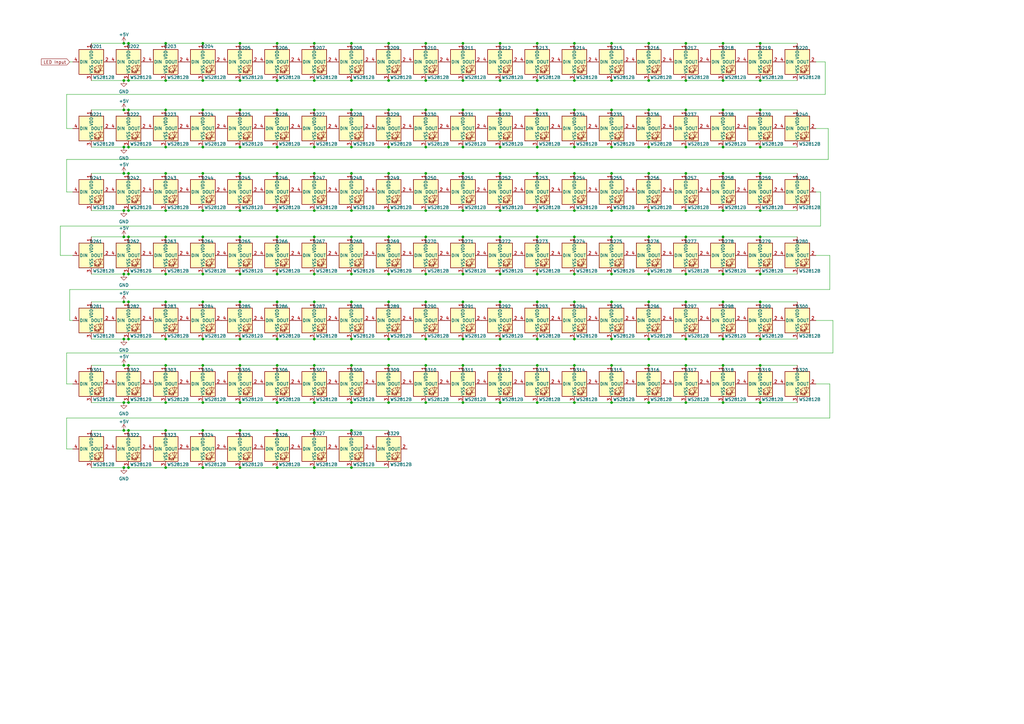
<source format=kicad_sch>
(kicad_sch (version 20230121) (generator eeschema)
  (paper "A3")
  (junction (at 250.825 149.86))
  (junction (at 235.585 86.36))
  (junction (at 67.945 97.155))
  (junction (at 128.905 176.53))
  (junction (at 189.865 71.12))
  (junction (at 174.625 60.325))
  (junction (at 220.345 17.78))
  (junction (at 205.105 123.825))
  (junction (at 189.865 45.085))
  (junction (at 83.185 45.085))
  (junction (at 266.065 123.825))
  (junction (at 266.065 17.78))
  (junction (at 205.105 139.065))
  (junction (at 205.105 17.78))
  (junction (at 128.905 33.02))
  (junction (at 113.665 86.36))
  (junction (at 98.425 176.53))
  (junction (at 52.705 33.02))
  (junction (at 205.105 60.325))
  (junction (at 52.705 97.155))
  (junction (at 159.385 139.065))
  (junction (at 52.705 149.86))
  (junction (at 266.065 60.325))
  (junction (at 50.8 191.77))
  (junction (at 113.665 33.02))
  (junction (at 189.865 112.395))
  (junction (at 220.345 71.12))
  (junction (at 174.625 149.86))
  (junction (at 159.385 45.085))
  (junction (at 52.705 112.395))
  (junction (at 250.825 71.12))
  (junction (at 144.145 45.085))
  (junction (at 235.585 149.86))
  (junction (at 205.105 33.02))
  (junction (at 235.585 112.395))
  (junction (at 50.8 165.1))
  (junction (at 250.825 165.1))
  (junction (at 98.425 97.155))
  (junction (at 250.825 60.325))
  (junction (at 174.625 45.085))
  (junction (at 281.305 165.1))
  (junction (at 266.065 71.12))
  (junction (at 189.865 60.325))
  (junction (at 144.145 165.1))
  (junction (at 174.625 165.1))
  (junction (at 98.425 17.78))
  (junction (at 311.785 112.395))
  (junction (at 220.345 97.155))
  (junction (at 52.705 17.78))
  (junction (at 144.145 33.02))
  (junction (at 144.145 123.825))
  (junction (at 159.385 123.825))
  (junction (at 50.8 112.395))
  (junction (at 128.905 165.1))
  (junction (at 205.105 112.395))
  (junction (at 52.705 71.12))
  (junction (at 128.905 86.36))
  (junction (at 113.665 176.53))
  (junction (at 98.425 149.86))
  (junction (at 128.905 139.065))
  (junction (at 235.585 97.155))
  (junction (at 128.905 149.86))
  (junction (at 296.545 33.02))
  (junction (at 220.345 165.1))
  (junction (at 220.345 123.825))
  (junction (at 189.865 123.825))
  (junction (at 113.665 17.78))
  (junction (at 235.585 165.1))
  (junction (at 296.545 165.1))
  (junction (at 311.785 86.36))
  (junction (at 311.785 45.085))
  (junction (at 67.945 60.325))
  (junction (at 98.425 191.77))
  (junction (at 296.545 97.155))
  (junction (at 296.545 139.065))
  (junction (at 296.545 112.395))
  (junction (at 159.385 60.325))
  (junction (at 250.825 45.085))
  (junction (at 266.065 112.395))
  (junction (at 220.345 60.325))
  (junction (at 128.905 123.825))
  (junction (at 98.425 165.1))
  (junction (at 174.625 123.825))
  (junction (at 50.8 45.085))
  (junction (at 98.425 123.825))
  (junction (at 281.305 45.085))
  (junction (at 144.145 97.155))
  (junction (at 266.065 33.02))
  (junction (at 311.785 149.86))
  (junction (at 83.185 191.77))
  (junction (at 235.585 45.085))
  (junction (at 159.385 86.36))
  (junction (at 52.705 45.085))
  (junction (at 205.105 45.085))
  (junction (at 144.145 60.325))
  (junction (at 205.105 165.1))
  (junction (at 67.945 17.78))
  (junction (at 266.065 165.1))
  (junction (at 83.185 139.065))
  (junction (at 144.145 176.53))
  (junction (at 311.785 17.78))
  (junction (at 281.305 123.825))
  (junction (at 189.865 33.02))
  (junction (at 220.345 45.085))
  (junction (at 113.665 71.12))
  (junction (at 220.345 33.02))
  (junction (at 174.625 112.395))
  (junction (at 113.665 45.085))
  (junction (at 174.625 33.02))
  (junction (at 67.945 149.86))
  (junction (at 296.545 123.825))
  (junction (at 281.305 71.12))
  (junction (at 83.185 17.78))
  (junction (at 174.625 71.12))
  (junction (at 250.825 86.36))
  (junction (at 189.865 17.78))
  (junction (at 250.825 33.02))
  (junction (at 50.8 123.825))
  (junction (at 159.385 33.02))
  (junction (at 50.8 17.78))
  (junction (at 266.065 149.86))
  (junction (at 189.865 139.065))
  (junction (at 266.065 86.36))
  (junction (at 144.145 112.395))
  (junction (at 311.785 60.325))
  (junction (at 128.905 60.325))
  (junction (at 174.625 139.065))
  (junction (at 250.825 123.825))
  (junction (at 144.145 86.36))
  (junction (at 189.865 165.1))
  (junction (at 205.105 71.12))
  (junction (at 67.945 33.02))
  (junction (at 67.945 123.825))
  (junction (at 52.705 191.77))
  (junction (at 128.905 97.155))
  (junction (at 159.385 149.86))
  (junction (at 67.945 45.085))
  (junction (at 220.345 86.36))
  (junction (at 296.545 60.325))
  (junction (at 83.185 97.155))
  (junction (at 296.545 149.86))
  (junction (at 113.665 191.77))
  (junction (at 189.865 97.155))
  (junction (at 83.185 33.02))
  (junction (at 311.785 139.065))
  (junction (at 235.585 33.02))
  (junction (at 128.905 71.12))
  (junction (at 98.425 33.02))
  (junction (at 67.945 191.77))
  (junction (at 189.865 149.86))
  (junction (at 67.945 139.065))
  (junction (at 311.785 71.12))
  (junction (at 296.545 17.78))
  (junction (at 296.545 45.085))
  (junction (at 67.945 176.53))
  (junction (at 52.705 86.36))
  (junction (at 144.145 71.12))
  (junction (at 159.385 71.12))
  (junction (at 52.705 176.53))
  (junction (at 311.785 97.155))
  (junction (at 250.825 139.065))
  (junction (at 205.105 86.36))
  (junction (at 266.065 97.155))
  (junction (at 83.185 149.86))
  (junction (at 311.785 123.825))
  (junction (at 220.345 112.395))
  (junction (at 128.905 45.085))
  (junction (at 235.585 139.065))
  (junction (at 50.8 139.065))
  (junction (at 67.945 165.1))
  (junction (at 98.425 112.395))
  (junction (at 235.585 123.825))
  (junction (at 83.185 176.53))
  (junction (at 159.385 17.78))
  (junction (at 98.425 60.325))
  (junction (at 266.065 45.085))
  (junction (at 296.545 86.36))
  (junction (at 174.625 17.78))
  (junction (at 113.665 97.155))
  (junction (at 235.585 71.12))
  (junction (at 50.8 97.155))
  (junction (at 220.345 139.065))
  (junction (at 159.385 97.155))
  (junction (at 281.305 86.36))
  (junction (at 50.8 176.53))
  (junction (at 128.905 17.78))
  (junction (at 83.185 165.1))
  (junction (at 235.585 17.78))
  (junction (at 281.305 33.02))
  (junction (at 83.185 71.12))
  (junction (at 281.305 17.78))
  (junction (at 311.785 33.02))
  (junction (at 67.945 71.12))
  (junction (at 281.305 97.155))
  (junction (at 52.705 165.1))
  (junction (at 50.8 60.325))
  (junction (at 113.665 60.325))
  (junction (at 113.665 139.065))
  (junction (at 67.945 112.395))
  (junction (at 235.585 60.325))
  (junction (at 113.665 165.1))
  (junction (at 144.145 149.86))
  (junction (at 250.825 17.78))
  (junction (at 50.8 149.86))
  (junction (at 296.545 71.12))
  (junction (at 159.385 165.1))
  (junction (at 52.705 123.825))
  (junction (at 189.865 86.36))
  (junction (at 250.825 97.155))
  (junction (at 250.825 112.395))
  (junction (at 205.105 149.86))
  (junction (at 281.305 139.065))
  (junction (at 144.145 139.065))
  (junction (at 50.8 33.02))
  (junction (at 50.8 71.12))
  (junction (at 113.665 149.86))
  (junction (at 159.385 112.395))
  (junction (at 52.705 60.325))
  (junction (at 128.905 112.395))
  (junction (at 98.425 45.085))
  (junction (at 67.945 86.36))
  (junction (at 98.425 139.065))
  (junction (at 50.8 86.36))
  (junction (at 83.185 86.36))
  (junction (at 281.305 149.86))
  (junction (at 281.305 112.395))
  (junction (at 144.145 17.78))
  (junction (at 174.625 86.36))
  (junction (at 220.345 149.86))
  (junction (at 144.145 191.77))
  (junction (at 266.065 139.065))
  (junction (at 311.785 165.1))
  (junction (at 281.305 60.325))
  (junction (at 83.185 112.395))
  (junction (at 113.665 123.825))
  (junction (at 83.185 123.825))
  (junction (at 174.625 97.155))
  (junction (at 128.905 191.77))
  (junction (at 52.705 139.065))
  (junction (at 98.425 71.12))
  (junction (at 98.425 86.36))
  (junction (at 113.665 112.395))
  (junction (at 83.185 60.325))
  (junction (at 205.105 97.155))
  (wire (pts (xy 174.625 60.325) (xy 189.865 60.325)))
  (wire (pts (xy 27.305 38.735) (xy 27.305 52.705)))
  (wire (pts (xy 296.545 17.78) (xy 311.785 17.78)))
  (wire (pts (xy 98.425 149.86) (xy 113.665 149.86)))
  (wire (pts (xy 50.8 97.155) (xy 52.705 97.155)))
  (wire (pts (xy 37.465 97.155) (xy 50.8 97.155)))
  (wire (pts (xy 113.665 97.155) (xy 128.905 97.155)))
  (wire (pts (xy 37.465 17.78) (xy 50.8 17.78)))
  (wire (pts (xy 174.625 33.02) (xy 189.865 33.02)))
  (wire (pts (xy 128.905 97.155) (xy 144.145 97.155)))
  (wire (pts (xy 296.545 60.325) (xy 311.785 60.325)))
  (wire (pts (xy 98.425 60.325) (xy 113.665 60.325)))
  (wire (pts (xy 296.545 86.36) (xy 311.785 86.36)))
  (wire (pts (xy 311.785 17.78) (xy 327.025 17.78)))
  (wire (pts (xy 235.585 17.78) (xy 250.825 17.78)))
  (wire (pts (xy 52.705 33.02) (xy 67.945 33.02)))
  (wire (pts (xy 189.865 97.155) (xy 205.105 97.155)))
  (wire (pts (xy 340.36 157.48) (xy 340.36 171.45)))
  (wire (pts (xy 250.825 60.325) (xy 266.065 60.325)))
  (wire (pts (xy 37.465 176.53) (xy 50.8 176.53)))
  (wire (pts (xy 174.625 97.155) (xy 189.865 97.155)))
  (wire (pts (xy 144.145 112.395) (xy 159.385 112.395)))
  (wire (pts (xy 205.105 86.36) (xy 220.345 86.36)))
  (wire (pts (xy 37.465 139.065) (xy 50.8 139.065)))
  (wire (pts (xy 174.625 86.36) (xy 189.865 86.36)))
  (wire (pts (xy 340.36 104.775) (xy 334.645 104.775)))
  (wire (pts (xy 52.705 123.825) (xy 67.945 123.825)))
  (wire (pts (xy 189.865 165.1) (xy 205.105 165.1)))
  (wire (pts (xy 235.585 165.1) (xy 250.825 165.1)))
  (wire (pts (xy 83.185 139.065) (xy 98.425 139.065)))
  (wire (pts (xy 27.305 171.45) (xy 27.305 184.15)))
  (wire (pts (xy 37.465 33.02) (xy 50.8 33.02)))
  (wire (pts (xy 235.585 97.155) (xy 250.825 97.155)))
  (wire (pts (xy 235.585 45.085) (xy 250.825 45.085)))
  (wire (pts (xy 83.185 165.1) (xy 98.425 165.1)))
  (wire (pts (xy 250.825 17.78) (xy 266.065 17.78)))
  (wire (pts (xy 128.905 123.825) (xy 144.145 123.825)))
  (wire (pts (xy 128.905 176.53) (xy 144.145 176.53)))
  (wire (pts (xy 67.945 60.325) (xy 83.185 60.325)))
  (wire (pts (xy 37.465 112.395) (xy 50.8 112.395)))
  (wire (pts (xy 83.185 60.325) (xy 98.425 60.325)))
  (wire (pts (xy 220.345 45.085) (xy 235.585 45.085)))
  (wire (pts (xy 52.705 60.325) (xy 67.945 60.325)))
  (wire (pts (xy 341.63 144.78) (xy 27.305 144.78)))
  (wire (pts (xy 311.785 165.1) (xy 327.025 165.1)))
  (wire (pts (xy 27.305 184.15) (xy 29.845 184.15)))
  (wire (pts (xy 266.065 149.86) (xy 281.305 149.86)))
  (wire (pts (xy 83.185 112.395) (xy 98.425 112.395)))
  (wire (pts (xy 52.705 165.1) (xy 67.945 165.1)))
  (wire (pts (xy 205.105 71.12) (xy 220.345 71.12)))
  (wire (pts (xy 50.8 17.78) (xy 52.705 17.78)))
  (wire (pts (xy 250.825 33.02) (xy 266.065 33.02)))
  (wire (pts (xy 144.145 191.77) (xy 159.385 191.77)))
  (wire (pts (xy 83.185 176.53) (xy 98.425 176.53)))
  (wire (pts (xy 159.385 123.825) (xy 174.625 123.825)))
  (wire (pts (xy 52.705 149.86) (xy 67.945 149.86)))
  (wire (pts (xy 296.545 139.065) (xy 311.785 139.065)))
  (wire (pts (xy 336.55 78.74) (xy 336.55 92.71)))
  (wire (pts (xy 24.765 104.775) (xy 29.845 104.775)))
  (wire (pts (xy 24.765 92.71) (xy 24.765 104.775)))
  (wire (pts (xy 174.625 165.1) (xy 189.865 165.1)))
  (wire (pts (xy 266.065 45.085) (xy 281.305 45.085)))
  (wire (pts (xy 52.705 112.395) (xy 67.945 112.395)))
  (wire (pts (xy 98.425 86.36) (xy 113.665 86.36)))
  (wire (pts (xy 144.145 60.325) (xy 159.385 60.325)))
  (wire (pts (xy 266.065 123.825) (xy 281.305 123.825)))
  (wire (pts (xy 205.105 165.1) (xy 220.345 165.1)))
  (wire (pts (xy 338.455 38.735) (xy 27.305 38.735)))
  (wire (pts (xy 98.425 176.53) (xy 113.665 176.53)))
  (wire (pts (xy 296.545 71.12) (xy 311.785 71.12)))
  (wire (pts (xy 220.345 17.78) (xy 235.585 17.78)))
  (wire (pts (xy 311.785 97.155) (xy 327.025 97.155)))
  (wire (pts (xy 205.105 17.78) (xy 220.345 17.78)))
  (wire (pts (xy 159.385 139.065) (xy 174.625 139.065)))
  (wire (pts (xy 174.625 139.065) (xy 189.865 139.065)))
  (wire (pts (xy 83.185 33.02) (xy 98.425 33.02)))
  (wire (pts (xy 144.145 71.12) (xy 159.385 71.12)))
  (wire (pts (xy 311.785 45.085) (xy 327.025 45.085)))
  (wire (pts (xy 144.145 176.53) (xy 159.385 176.53)))
  (wire (pts (xy 128.905 45.085) (xy 144.145 45.085)))
  (wire (pts (xy 296.545 33.02) (xy 311.785 33.02)))
  (wire (pts (xy 220.345 97.155) (xy 235.585 97.155)))
  (wire (pts (xy 281.305 17.78) (xy 296.545 17.78)))
  (wire (pts (xy 281.305 139.065) (xy 296.545 139.065)))
  (wire (pts (xy 334.645 25.4) (xy 338.455 25.4)))
  (wire (pts (xy 205.105 97.155) (xy 220.345 97.155)))
  (wire (pts (xy 113.665 176.53) (xy 128.905 176.53)))
  (wire (pts (xy 50.8 112.395) (xy 52.705 112.395)))
  (wire (pts (xy 98.425 97.155) (xy 113.665 97.155)))
  (wire (pts (xy 189.865 71.12) (xy 205.105 71.12)))
  (wire (pts (xy 311.785 60.325) (xy 327.025 60.325)))
  (wire (pts (xy 113.665 60.325) (xy 128.905 60.325)))
  (wire (pts (xy 340.36 171.45) (xy 27.305 171.45)))
  (wire (pts (xy 235.585 112.395) (xy 250.825 112.395)))
  (wire (pts (xy 113.665 165.1) (xy 128.905 165.1)))
  (wire (pts (xy 37.465 149.86) (xy 50.8 149.86)))
  (wire (pts (xy 334.645 52.705) (xy 339.725 52.705)))
  (wire (pts (xy 189.865 60.325) (xy 205.105 60.325)))
  (wire (pts (xy 113.665 191.77) (xy 128.905 191.77)))
  (wire (pts (xy 50.8 45.085) (xy 52.705 45.085)))
  (wire (pts (xy 52.705 97.155) (xy 67.945 97.155)))
  (wire (pts (xy 266.065 165.1) (xy 281.305 165.1)))
  (wire (pts (xy 37.465 123.825) (xy 50.8 123.825)))
  (wire (pts (xy 205.105 112.395) (xy 220.345 112.395)))
  (wire (pts (xy 37.465 60.325) (xy 50.8 60.325)))
  (wire (pts (xy 220.345 139.065) (xy 235.585 139.065)))
  (wire (pts (xy 281.305 33.02) (xy 296.545 33.02)))
  (wire (pts (xy 28.575 131.445) (xy 28.575 118.745)))
  (wire (pts (xy 159.385 60.325) (xy 174.625 60.325)))
  (wire (pts (xy 250.825 149.86) (xy 266.065 149.86)))
  (wire (pts (xy 52.705 139.065) (xy 67.945 139.065)))
  (wire (pts (xy 83.185 123.825) (xy 98.425 123.825)))
  (wire (pts (xy 144.145 123.825) (xy 159.385 123.825)))
  (wire (pts (xy 83.185 45.085) (xy 98.425 45.085)))
  (wire (pts (xy 98.425 17.78) (xy 113.665 17.78)))
  (wire (pts (xy 189.865 139.065) (xy 205.105 139.065)))
  (wire (pts (xy 83.185 149.86) (xy 98.425 149.86)))
  (wire (pts (xy 50.8 191.77) (xy 52.705 191.77)))
  (wire (pts (xy 250.825 139.065) (xy 266.065 139.065)))
  (wire (pts (xy 266.065 60.325) (xy 281.305 60.325)))
  (wire (pts (xy 189.865 112.395) (xy 205.105 112.395)))
  (wire (pts (xy 52.705 176.53) (xy 67.945 176.53)))
  (wire (pts (xy 144.145 86.36) (xy 159.385 86.36)))
  (wire (pts (xy 98.425 71.12) (xy 113.665 71.12)))
  (wire (pts (xy 113.665 45.085) (xy 128.905 45.085)))
  (wire (pts (xy 128.905 33.02) (xy 144.145 33.02)))
  (wire (pts (xy 113.665 149.86) (xy 128.905 149.86)))
  (wire (pts (xy 235.585 149.86) (xy 250.825 149.86)))
  (wire (pts (xy 98.425 45.085) (xy 113.665 45.085)))
  (wire (pts (xy 281.305 86.36) (xy 296.545 86.36)))
  (wire (pts (xy 50.8 176.53) (xy 52.705 176.53)))
  (wire (pts (xy 159.385 112.395) (xy 174.625 112.395)))
  (wire (pts (xy 250.825 123.825) (xy 266.065 123.825)))
  (wire (pts (xy 83.185 17.78) (xy 98.425 17.78)))
  (wire (pts (xy 52.705 17.78) (xy 67.945 17.78)))
  (wire (pts (xy 311.785 86.36) (xy 327.025 86.36)))
  (wire (pts (xy 334.645 157.48) (xy 340.36 157.48)))
  (wire (pts (xy 235.585 71.12) (xy 250.825 71.12)))
  (wire (pts (xy 98.425 123.825) (xy 113.665 123.825)))
  (wire (pts (xy 159.385 71.12) (xy 174.625 71.12)))
  (wire (pts (xy 205.105 149.86) (xy 220.345 149.86)))
  (wire (pts (xy 67.945 45.085) (xy 83.185 45.085)))
  (wire (pts (xy 144.145 165.1) (xy 159.385 165.1)))
  (wire (pts (xy 266.065 17.78) (xy 281.305 17.78)))
  (wire (pts (xy 159.385 149.86) (xy 174.625 149.86)))
  (wire (pts (xy 83.185 191.77) (xy 98.425 191.77)))
  (wire (pts (xy 67.945 71.12) (xy 83.185 71.12)))
  (wire (pts (xy 235.585 123.825) (xy 250.825 123.825)))
  (wire (pts (xy 67.945 97.155) (xy 83.185 97.155)))
  (wire (pts (xy 341.63 131.445) (xy 341.63 144.78)))
  (wire (pts (xy 311.785 33.02) (xy 327.025 33.02)))
  (wire (pts (xy 128.905 149.86) (xy 144.145 149.86)))
  (wire (pts (xy 189.865 149.86) (xy 205.105 149.86)))
  (wire (pts (xy 113.665 33.02) (xy 128.905 33.02)))
  (wire (pts (xy 113.665 139.065) (xy 128.905 139.065)))
  (wire (pts (xy 189.865 33.02) (xy 205.105 33.02)))
  (wire (pts (xy 113.665 17.78) (xy 128.905 17.78)))
  (wire (pts (xy 250.825 45.085) (xy 266.065 45.085)))
  (wire (pts (xy 144.145 17.78) (xy 159.385 17.78)))
  (wire (pts (xy 144.145 97.155) (xy 159.385 97.155)))
  (wire (pts (xy 27.305 52.705) (xy 29.845 52.705)))
  (wire (pts (xy 311.785 71.12) (xy 327.025 71.12)))
  (wire (pts (xy 67.945 33.02) (xy 83.185 33.02)))
  (wire (pts (xy 144.145 139.065) (xy 159.385 139.065)))
  (wire (pts (xy 98.425 191.77) (xy 113.665 191.77)))
  (wire (pts (xy 281.305 165.1) (xy 296.545 165.1)))
  (wire (pts (xy 220.345 112.395) (xy 235.585 112.395)))
  (wire (pts (xy 296.545 97.155) (xy 311.785 97.155)))
  (wire (pts (xy 281.305 112.395) (xy 296.545 112.395)))
  (wire (pts (xy 311.785 112.395) (xy 327.025 112.395)))
  (wire (pts (xy 205.105 33.02) (xy 220.345 33.02)))
  (wire (pts (xy 52.705 191.77) (xy 67.945 191.77)))
  (wire (pts (xy 220.345 86.36) (xy 235.585 86.36)))
  (wire (pts (xy 266.065 33.02) (xy 281.305 33.02)))
  (wire (pts (xy 281.305 97.155) (xy 296.545 97.155)))
  (wire (pts (xy 50.8 86.36) (xy 52.705 86.36)))
  (wire (pts (xy 28.575 25.4) (xy 29.845 25.4)))
  (wire (pts (xy 281.305 60.325) (xy 296.545 60.325)))
  (wire (pts (xy 174.625 71.12) (xy 189.865 71.12)))
  (wire (pts (xy 50.8 165.1) (xy 52.705 165.1)))
  (wire (pts (xy 174.625 149.86) (xy 189.865 149.86)))
  (wire (pts (xy 37.465 45.085) (xy 50.8 45.085)))
  (wire (pts (xy 83.185 86.36) (xy 98.425 86.36)))
  (wire (pts (xy 250.825 71.12) (xy 266.065 71.12)))
  (wire (pts (xy 144.145 33.02) (xy 159.385 33.02)))
  (wire (pts (xy 128.905 139.065) (xy 144.145 139.065)))
  (wire (pts (xy 266.065 139.065) (xy 281.305 139.065)))
  (wire (pts (xy 266.065 71.12) (xy 281.305 71.12)))
  (wire (pts (xy 336.55 92.71) (xy 24.765 92.71)))
  (wire (pts (xy 67.945 176.53) (xy 83.185 176.53)))
  (wire (pts (xy 281.305 123.825) (xy 296.545 123.825)))
  (wire (pts (xy 189.865 45.085) (xy 205.105 45.085)))
  (wire (pts (xy 250.825 112.395) (xy 266.065 112.395)))
  (wire (pts (xy 159.385 86.36) (xy 174.625 86.36)))
  (wire (pts (xy 52.705 86.36) (xy 67.945 86.36)))
  (wire (pts (xy 98.425 139.065) (xy 113.665 139.065)))
  (wire (pts (xy 159.385 33.02) (xy 174.625 33.02)))
  (wire (pts (xy 250.825 97.155) (xy 266.065 97.155)))
  (wire (pts (xy 98.425 33.02) (xy 113.665 33.02)))
  (wire (pts (xy 205.105 123.825) (xy 220.345 123.825)))
  (wire (pts (xy 37.465 86.36) (xy 50.8 86.36)))
  (wire (pts (xy 235.585 139.065) (xy 250.825 139.065)))
  (wire (pts (xy 220.345 33.02) (xy 235.585 33.02)))
  (wire (pts (xy 128.905 112.395) (xy 144.145 112.395)))
  (wire (pts (xy 189.865 17.78) (xy 205.105 17.78)))
  (wire (pts (xy 67.945 139.065) (xy 83.185 139.065)))
  (wire (pts (xy 50.8 149.86) (xy 52.705 149.86)))
  (wire (pts (xy 67.945 123.825) (xy 83.185 123.825)))
  (wire (pts (xy 311.785 123.825) (xy 327.025 123.825)))
  (wire (pts (xy 174.625 17.78) (xy 189.865 17.78)))
  (wire (pts (xy 250.825 165.1) (xy 266.065 165.1)))
  (wire (pts (xy 67.945 149.86) (xy 83.185 149.86)))
  (wire (pts (xy 113.665 112.395) (xy 128.905 112.395)))
  (wire (pts (xy 250.825 86.36) (xy 266.065 86.36)))
  (wire (pts (xy 296.545 112.395) (xy 311.785 112.395)))
  (wire (pts (xy 281.305 71.12) (xy 296.545 71.12)))
  (wire (pts (xy 50.8 60.325) (xy 52.705 60.325)))
  (wire (pts (xy 28.575 118.745) (xy 340.36 118.745)))
  (wire (pts (xy 220.345 149.86) (xy 235.585 149.86)))
  (wire (pts (xy 159.385 97.155) (xy 174.625 97.155)))
  (wire (pts (xy 296.545 165.1) (xy 311.785 165.1)))
  (wire (pts (xy 311.785 139.065) (xy 327.025 139.065)))
  (wire (pts (xy 339.725 65.405) (xy 27.305 65.405)))
  (wire (pts (xy 27.305 144.78) (xy 27.305 157.48)))
  (wire (pts (xy 235.585 33.02) (xy 250.825 33.02)))
  (wire (pts (xy 159.385 17.78) (xy 174.625 17.78)))
  (wire (pts (xy 220.345 165.1) (xy 235.585 165.1)))
  (wire (pts (xy 128.905 60.325) (xy 144.145 60.325)))
  (wire (pts (xy 220.345 71.12) (xy 235.585 71.12)))
  (wire (pts (xy 67.945 165.1) (xy 83.185 165.1)))
  (wire (pts (xy 159.385 45.085) (xy 174.625 45.085)))
  (wire (pts (xy 266.065 97.155) (xy 281.305 97.155)))
  (wire (pts (xy 128.905 191.77) (xy 144.145 191.77)))
  (wire (pts (xy 50.8 123.825) (xy 52.705 123.825)))
  (wire (pts (xy 235.585 86.36) (xy 250.825 86.36)))
  (wire (pts (xy 144.145 149.86) (xy 159.385 149.86)))
  (wire (pts (xy 113.665 123.825) (xy 128.905 123.825)))
  (wire (pts (xy 113.665 71.12) (xy 128.905 71.12)))
  (wire (pts (xy 128.905 71.12) (xy 144.145 71.12)))
  (wire (pts (xy 205.105 60.325) (xy 220.345 60.325)))
  (wire (pts (xy 144.145 45.085) (xy 159.385 45.085)))
  (wire (pts (xy 189.865 86.36) (xy 205.105 86.36)))
  (wire (pts (xy 159.385 165.1) (xy 174.625 165.1)))
  (wire (pts (xy 37.465 71.12) (xy 50.8 71.12)))
  (wire (pts (xy 50.8 139.065) (xy 52.705 139.065)))
  (wire (pts (xy 174.625 112.395) (xy 189.865 112.395)))
  (wire (pts (xy 174.625 45.085) (xy 189.865 45.085)))
  (wire (pts (xy 27.305 78.74) (xy 29.845 78.74)))
  (wire (pts (xy 27.305 157.48) (xy 29.845 157.48)))
  (wire (pts (xy 67.945 17.78) (xy 83.185 17.78)))
  (wire (pts (xy 338.455 25.4) (xy 338.455 38.735)))
  (wire (pts (xy 220.345 60.325) (xy 235.585 60.325)))
  (wire (pts (xy 296.545 45.085) (xy 311.785 45.085)))
  (wire (pts (xy 334.645 131.445) (xy 341.63 131.445)))
  (wire (pts (xy 174.625 123.825) (xy 189.865 123.825)))
  (wire (pts (xy 113.665 86.36) (xy 128.905 86.36)))
  (wire (pts (xy 296.545 123.825) (xy 311.785 123.825)))
  (wire (pts (xy 339.725 52.705) (xy 339.725 65.405)))
  (wire (pts (xy 128.905 165.1) (xy 144.145 165.1)))
  (wire (pts (xy 37.465 191.77) (xy 50.8 191.77)))
  (wire (pts (xy 235.585 60.325) (xy 250.825 60.325)))
  (wire (pts (xy 98.425 112.395) (xy 113.665 112.395)))
  (wire (pts (xy 340.36 118.745) (xy 340.36 104.775)))
  (wire (pts (xy 52.705 45.085) (xy 67.945 45.085)))
  (wire (pts (xy 67.945 112.395) (xy 83.185 112.395)))
  (wire (pts (xy 67.945 191.77) (xy 83.185 191.77)))
  (wire (pts (xy 281.305 45.085) (xy 296.545 45.085)))
  (wire (pts (xy 29.845 131.445) (xy 28.575 131.445)))
  (wire (pts (xy 334.645 78.74) (xy 336.55 78.74)))
  (wire (pts (xy 311.785 149.86) (xy 327.025 149.86)))
  (wire (pts (xy 83.185 97.155) (xy 98.425 97.155)))
  (wire (pts (xy 266.065 112.395) (xy 281.305 112.395)))
  (wire (pts (xy 50.8 71.12) (xy 52.705 71.12)))
  (wire (pts (xy 220.345 123.825) (xy 235.585 123.825)))
  (wire (pts (xy 205.105 139.065) (xy 220.345 139.065)))
  (wire (pts (xy 189.865 123.825) (xy 205.105 123.825)))
  (wire (pts (xy 205.105 45.085) (xy 220.345 45.085)))
  (wire (pts (xy 27.305 65.405) (xy 27.305 78.74)))
  (wire (pts (xy 67.945 86.36) (xy 83.185 86.36)))
  (wire (pts (xy 50.8 33.02) (xy 52.705 33.02)))
  (wire (pts (xy 266.065 86.36) (xy 281.305 86.36)))
  (wire (pts (xy 98.425 165.1) (xy 113.665 165.1)))
  (wire (pts (xy 281.305 149.86) (xy 296.545 149.86)))
  (wire (pts (xy 37.465 165.1) (xy 50.8 165.1)))
  (wire (pts (xy 83.185 71.12) (xy 98.425 71.12)))
  (wire (pts (xy 128.905 86.36) (xy 144.145 86.36)))
  (wire (pts (xy 128.905 17.78) (xy 144.145 17.78)))
  (wire (pts (xy 296.545 149.86) (xy 311.785 149.86)))
  (wire (pts (xy 52.705 71.12) (xy 67.945 71.12)))
  (global_label "LED Input" (shape input) (at 28.575 25.4 180) (property "Intersheetrefs" "${INTERSHEET_REFS}" (effects hide)))
  (symbol (lib_id "LED:WS2812B") (at 144.145 78.74 0) (unit 1)
    (property "Reference" "D248" (at 146.05 73.025 0))
    (property "Value" "WS2812B" (at 149.225 85.09 0))
    (property "Footprint" "WS2812B-2020:WS2812B-2020 ShineThrough" (effects hide))
    (property "Datasheet" "https://cdn-shop.adafruit.com/datasheets/WS2812B.pdf" (effects hide))
  )
  (symbol (lib_id "LED:WS2812B") (at 311.785 52.705 0) (unit 1)
    (property "Reference" "D239" (at 313.69 46.99 0))
    (property "Value" "WS2812B" (at 316.865 59.055 0))
    (property "Footprint" "WS2812B-2020:WS2812B-2020 ShineThrough" (effects hide))
    (property "Datasheet" "https://cdn-shop.adafruit.com/datasheets/WS2812B.pdf" (effects hide))
  )
  (symbol (lib_id "LED:WS2812B") (at 281.305 52.705 0) (unit 1)
    (property "Reference" "D237" (at 283.21 46.99 0))
    (property "Value" "WS2812B" (at 286.385 59.055 0))
    (property "Footprint" "WS2812B-2020:WS2812B-2020 ShineThrough" (effects hide))
    (property "Datasheet" "https://cdn-shop.adafruit.com/datasheets/WS2812B.pdf" (effects hide))
  )
  (symbol (lib_id "LED:WS2812B") (at 128.905 25.4 0) (unit 1)
    (property "Reference" "D207" (at 130.81 19.685 0))
    (property "Value" "WS2812B" (at 133.985 31.75 0))
    (property "Footprint" "WS2812B-2020:WS2812B-2020 ShineThrough" (effects hide))
    (property "Datasheet" "https://cdn-shop.adafruit.com/datasheets/WS2812B.pdf" (effects hide))
  )
  (symbol (lib_id "LED:WS2812B") (at 327.025 52.705 0) (unit 1)
    (property "Reference" "D240" (at 328.93 46.99 0))
    (property "Value" "WS2812B" (at 332.105 59.055 0))
    (property "Footprint" "WS2812B-2020:WS2812B-2020 ShineThrough" (effects hide))
    (property "Datasheet" "https://cdn-shop.adafruit.com/datasheets/WS2812B.pdf" (effects hide))
  )
  (symbol (lib_id "LED:WS2812B") (at 266.065 52.705 0) (unit 1)
    (property "Reference" "D236" (at 267.97 46.99 0))
    (property "Value" "WS2812B" (at 271.145 59.055 0))
    (property "Footprint" "WS2812B-2020:WS2812B-2020 ShineThrough" (effects hide))
    (property "Datasheet" "https://cdn-shop.adafruit.com/datasheets/WS2812B.pdf" (effects hide))
  )
  (symbol (lib_id "power:GND") (at 50.8 191.77 0) (unit 1)
    (property "Reference" "#PWR0214" (effects hide))
    (property "Value" "GND" (at 50.8 196.3325 0))
  )
  (symbol (lib_id "LED:WS2812B") (at 235.585 104.775 0) (unit 1)
    (property "Reference" "D274" (at 237.49 99.06 0))
    (property "Value" "WS2812B" (at 240.665 111.125 0))
    (property "Footprint" "WS2812B-2020:WS2812B-2020 ShineThrough" (effects hide))
    (property "Datasheet" "https://cdn-shop.adafruit.com/datasheets/WS2812B.pdf" (effects hide))
  )
  (symbol (lib_id "LED:WS2812B") (at 98.425 104.775 0) (unit 1)
    (property "Reference" "D265" (at 100.33 99.06 0))
    (property "Value" "WS2812B" (at 103.505 111.125 0))
    (property "Footprint" "WS2812B-2020:WS2812B-2020 ShineThrough" (effects hide))
    (property "Datasheet" "https://cdn-shop.adafruit.com/datasheets/WS2812B.pdf" (effects hide))
  )
  (symbol (lib_id "LED:WS2812B") (at 144.145 52.705 0) (unit 1)
    (property "Reference" "D228" (at 146.05 46.99 0))
    (property "Value" "WS2812B" (at 149.225 59.055 0))
    (property "Footprint" "WS2812B-2020:WS2812B-2020 ShineThrough" (effects hide))
    (property "Datasheet" "https://cdn-shop.adafruit.com/datasheets/WS2812B.pdf" (effects hide))
  )
  (symbol (lib_id "LED:WS2812B") (at 174.625 157.48 0) (unit 1)
    (property "Reference" "D310" (at 176.53 151.765 0))
    (property "Value" "WS2812B" (at 179.705 163.83 0))
    (property "Footprint" "WS2812B-2020:WS2812B-2020 ShineThrough" (effects hide))
    (property "Datasheet" "https://cdn-shop.adafruit.com/datasheets/WS2812B.pdf" (effects hide))
  )
  (symbol (lib_id "LED:WS2812B") (at 37.465 157.48 0) (unit 1)
    (property "Reference" "D301" (at 39.37 151.765 0))
    (property "Value" "WS2812B" (at 42.545 163.83 0))
    (property "Footprint" "WS2812B-2020:WS2812B-2020 ShineThrough" (effects hide))
    (property "Datasheet" "https://cdn-shop.adafruit.com/datasheets/WS2812B.pdf" (effects hide))
  )
  (symbol (lib_id "LED:WS2812B") (at 113.665 157.48 0) (unit 1)
    (property "Reference" "D306" (at 115.57 151.765 0))
    (property "Value" "WS2812B" (at 118.745 163.83 0))
    (property "Footprint" "WS2812B-2020:WS2812B-2020 ShineThrough" (effects hide))
    (property "Datasheet" "https://cdn-shop.adafruit.com/datasheets/WS2812B.pdf" (effects hide))
  )
  (symbol (lib_id "LED:WS2812B") (at 98.425 157.48 0) (unit 1)
    (property "Reference" "D305" (at 100.33 151.765 0))
    (property "Value" "WS2812B" (at 103.505 163.83 0))
    (property "Footprint" "WS2812B-2020:WS2812B-2020 ShineThrough" (effects hide))
    (property "Datasheet" "https://cdn-shop.adafruit.com/datasheets/WS2812B.pdf" (effects hide))
  )
  (symbol (lib_id "LED:WS2812B") (at 144.145 131.445 0) (unit 1)
    (property "Reference" "D288" (at 146.05 125.73 0))
    (property "Value" "WS2812B" (at 149.225 137.795 0))
    (property "Footprint" "WS2812B-2020:WS2812B-2020 ShineThrough" (effects hide))
    (property "Datasheet" "https://cdn-shop.adafruit.com/datasheets/WS2812B.pdf" (effects hide))
  )
  (symbol (lib_id "LED:WS2812B") (at 128.905 52.705 0) (unit 1)
    (property "Reference" "D227" (at 130.81 46.99 0))
    (property "Value" "WS2812B" (at 133.985 59.055 0))
    (property "Footprint" "WS2812B-2020:WS2812B-2020 ShineThrough" (effects hide))
    (property "Datasheet" "https://cdn-shop.adafruit.com/datasheets/WS2812B.pdf" (effects hide))
  )
  (symbol (lib_id "LED:WS2812B") (at 311.785 104.775 0) (unit 1)
    (property "Reference" "D279" (at 313.69 99.06 0))
    (property "Value" "WS2812B" (at 316.865 111.125 0))
    (property "Footprint" "WS2812B-2020:WS2812B-2020 ShineThrough" (effects hide))
    (property "Datasheet" "https://cdn-shop.adafruit.com/datasheets/WS2812B.pdf" (effects hide))
  )
  (symbol (lib_id "LED:WS2812B") (at 235.585 131.445 0) (unit 1)
    (property "Reference" "D294" (at 237.49 125.73 0))
    (property "Value" "WS2812B" (at 240.665 137.795 0))
    (property "Footprint" "WS2812B-2020:WS2812B-2020 ShineThrough" (effects hide))
    (property "Datasheet" "https://cdn-shop.adafruit.com/datasheets/WS2812B.pdf" (effects hide))
  )
  (symbol (lib_id "LED:WS2812B") (at 250.825 25.4 0) (unit 1)
    (property "Reference" "D215" (at 252.73 19.685 0))
    (property "Value" "WS2812B" (at 255.905 31.75 0))
    (property "Footprint" "WS2812B-2020:WS2812B-2020 ShineThrough" (effects hide))
    (property "Datasheet" "https://cdn-shop.adafruit.com/datasheets/WS2812B.pdf" (effects hide))
  )
  (symbol (lib_id "power:GND") (at 50.8 86.36 0) (unit 1)
    (property "Reference" "#PWR0206" (effects hide))
    (property "Value" "GND" (at 50.8 90.9225 0))
  )
  (symbol (lib_id "LED:WS2812B") (at 189.865 157.48 0) (unit 1)
    (property "Reference" "D311" (at 191.77 151.765 0))
    (property "Value" "WS2812B" (at 194.945 163.83 0))
    (property "Footprint" "WS2812B-2020:WS2812B-2020 ShineThrough" (effects hide))
    (property "Datasheet" "https://cdn-shop.adafruit.com/datasheets/WS2812B.pdf" (effects hide))
  )
  (symbol (lib_id "LED:WS2812B") (at 67.945 131.445 0) (unit 1)
    (property "Reference" "D283" (at 69.85 125.73 0))
    (property "Value" "WS2812B" (at 73.025 137.795 0))
    (property "Footprint" "WS2812B-2020:WS2812B-2020 ShineThrough" (effects hide))
    (property "Datasheet" "https://cdn-shop.adafruit.com/datasheets/WS2812B.pdf" (effects hide))
  )
  (symbol (lib_id "LED:WS2812B") (at 250.825 52.705 0) (unit 1)
    (property "Reference" "D235" (at 252.73 46.99 0))
    (property "Value" "WS2812B" (at 255.905 59.055 0))
    (property "Footprint" "WS2812B-2020:WS2812B-2020 ShineThrough" (effects hide))
    (property "Datasheet" "https://cdn-shop.adafruit.com/datasheets/WS2812B.pdf" (effects hide))
  )
  (symbol (lib_id "LED:WS2812B") (at 159.385 104.775 0) (unit 1)
    (property "Reference" "D269" (at 161.29 99.06 0))
    (property "Value" "WS2812B" (at 164.465 111.125 0))
    (property "Footprint" "WS2812B-2020:WS2812B-2020 ShineThrough" (effects hide))
    (property "Datasheet" "https://cdn-shop.adafruit.com/datasheets/WS2812B.pdf" (effects hide))
  )
  (symbol (lib_id "LED:WS2812B") (at 174.625 52.705 0) (unit 1)
    (property "Reference" "D230" (at 176.53 46.99 0))
    (property "Value" "WS2812B" (at 179.705 59.055 0))
    (property "Footprint" "WS2812B-2020:WS2812B-2020 ShineThrough" (effects hide))
    (property "Datasheet" "https://cdn-shop.adafruit.com/datasheets/WS2812B.pdf" (effects hide))
  )
  (symbol (lib_id "LED:WS2812B") (at 159.385 25.4 0) (unit 1)
    (property "Reference" "D209" (at 161.29 19.685 0))
    (property "Value" "WS2812B" (at 164.465 31.75 0))
    (property "Footprint" "WS2812B-2020:WS2812B-2020 ShineThrough" (effects hide))
    (property "Datasheet" "https://cdn-shop.adafruit.com/datasheets/WS2812B.pdf" (effects hide))
  )
  (symbol (lib_id "LED:WS2812B") (at 220.345 78.74 0) (unit 1)
    (property "Reference" "D253" (at 222.25 73.025 0))
    (property "Value" "WS2812B" (at 225.425 85.09 0))
    (property "Footprint" "WS2812B-2020:WS2812B-2020 ShineThrough" (effects hide))
    (property "Datasheet" "https://cdn-shop.adafruit.com/datasheets/WS2812B.pdf" (effects hide))
  )
  (symbol (lib_id "LED:WS2812B") (at 205.105 78.74 0) (unit 1)
    (property "Reference" "D252" (at 207.01 73.025 0))
    (property "Value" "WS2812B" (at 210.185 85.09 0))
    (property "Footprint" "WS2812B-2020:WS2812B-2020 ShineThrough" (effects hide))
    (property "Datasheet" "https://cdn-shop.adafruit.com/datasheets/WS2812B.pdf" (effects hide))
  )
  (symbol (lib_id "LED:WS2812B") (at 174.625 78.74 0) (unit 1)
    (property "Reference" "D250" (at 176.53 73.025 0))
    (property "Value" "WS2812B" (at 179.705 85.09 0))
    (property "Footprint" "WS2812B-2020:WS2812B-2020 ShineThrough" (effects hide))
    (property "Datasheet" "https://cdn-shop.adafruit.com/datasheets/WS2812B.pdf" (effects hide))
  )
  (symbol (lib_id "LED:WS2812B") (at 113.665 104.775 0) (unit 1)
    (property "Reference" "D266" (at 115.57 99.06 0))
    (property "Value" "WS2812B" (at 118.745 111.125 0))
    (property "Footprint" "WS2812B-2020:WS2812B-2020 ShineThrough" (effects hide))
    (property "Datasheet" "https://cdn-shop.adafruit.com/datasheets/WS2812B.pdf" (effects hide))
  )
  (symbol (lib_id "LED:WS2812B") (at 98.425 25.4 0) (unit 1)
    (property "Reference" "D205" (at 100.33 19.685 0))
    (property "Value" "WS2812B" (at 103.505 31.75 0))
    (property "Footprint" "WS2812B-2020:WS2812B-2020 ShineThrough" (effects hide))
    (property "Datasheet" "https://cdn-shop.adafruit.com/datasheets/WS2812B.pdf" (effects hide))
  )
  (symbol (lib_id "LED:WS2812B") (at 113.665 184.15 0) (unit 1)
    (property "Reference" "D326" (at 115.57 178.435 0))
    (property "Value" "WS2812B" (at 118.745 190.5 0))
    (property "Footprint" "WS2812B-2020:WS2812B-2020 ShineThrough" (effects hide))
    (property "Datasheet" "https://cdn-shop.adafruit.com/datasheets/WS2812B.pdf" (effects hide))
  )
  (symbol (lib_id "LED:WS2812B") (at 67.945 52.705 0) (unit 1)
    (property "Reference" "D223" (at 69.85 46.99 0))
    (property "Value" "WS2812B" (at 73.025 59.055 0))
    (property "Footprint" "WS2812B-2020:WS2812B-2020 ShineThrough" (effects hide))
    (property "Datasheet" "https://cdn-shop.adafruit.com/datasheets/WS2812B.pdf" (effects hide))
  )
  (symbol (lib_id "LED:WS2812B") (at 189.865 25.4 0) (unit 1)
    (property "Reference" "D211" (at 191.77 19.685 0))
    (property "Value" "WS2812B" (at 194.945 31.75 0))
    (property "Footprint" "WS2812B-2020:WS2812B-2020 ShineThrough" (effects hide))
    (property "Datasheet" "https://cdn-shop.adafruit.com/datasheets/WS2812B.pdf" (effects hide))
  )
  (symbol (lib_id "LED:WS2812B") (at 37.465 104.775 0) (unit 1)
    (property "Reference" "D261" (at 39.37 99.06 0))
    (property "Value" "WS2812B" (at 42.545 111.125 0))
    (property "Footprint" "WS2812B-2020:WS2812B-2020 ShineThrough" (effects hide))
    (property "Datasheet" "https://cdn-shop.adafruit.com/datasheets/WS2812B.pdf" (effects hide))
  )
  (symbol (lib_id "LED:WS2812B") (at 235.585 78.74 0) (unit 1)
    (property "Reference" "D254" (at 237.49 73.025 0))
    (property "Value" "WS2812B" (at 240.665 85.09 0))
    (property "Footprint" "WS2812B-2020:WS2812B-2020 ShineThrough" (effects hide))
    (property "Datasheet" "https://cdn-shop.adafruit.com/datasheets/WS2812B.pdf" (effects hide))
  )
  (symbol (lib_id "LED:WS2812B") (at 266.065 157.48 0) (unit 1)
    (property "Reference" "D316" (at 267.97 151.765 0))
    (property "Value" "WS2812B" (at 271.145 163.83 0))
    (property "Footprint" "WS2812B-2020:WS2812B-2020 ShineThrough" (effects hide))
    (property "Datasheet" "https://cdn-shop.adafruit.com/datasheets/WS2812B.pdf" (effects hide))
  )
  (symbol (lib_id "power:+5V") (at 50.8 149.86 0) (unit 1)
    (property "Reference" "#PWR0211" (effects hide))
    (property "Value" "+5V" (at 50.8 146.2555 0))
  )
  (symbol (lib_id "LED:WS2812B") (at 83.185 25.4 0) (unit 1)
    (property "Reference" "D204" (at 85.09 19.05 0))
    (property "Value" "WS2812B" (at 88.265 31.75 0))
    (property "Footprint" "WS2812B-2020:WS2812B-2020 ShineThrough" (effects hide))
    (property "Datasheet" "https://cdn-shop.adafruit.com/datasheets/WS2812B.pdf" (effects hide))
  )
  (symbol (lib_id "LED:WS2812B") (at 250.825 157.48 0) (unit 1)
    (property "Reference" "D315" (at 252.73 151.765 0))
    (property "Value" "WS2812B" (at 255.905 163.83 0))
    (property "Footprint" "WS2812B-2020:WS2812B-2020 ShineThrough" (effects hide))
    (property "Datasheet" "https://cdn-shop.adafruit.com/datasheets/WS2812B.pdf" (effects hide))
  )
  (symbol (lib_id "power:GND") (at 50.8 33.02 0) (unit 1)
    (property "Reference" "#PWR0202" (effects hide))
    (property "Value" "GND" (at 50.8 37.5825 0))
  )
  (symbol (lib_id "LED:WS2812B") (at 281.305 25.4 0) (unit 1)
    (property "Reference" "D217" (at 283.21 19.685 0))
    (property "Value" "WS2812B" (at 286.385 31.75 0))
    (property "Footprint" "WS2812B-2020:WS2812B-2020 ShineThrough" (effects hide))
    (property "Datasheet" "https://cdn-shop.adafruit.com/datasheets/WS2812B.pdf" (effects hide))
  )
  (symbol (lib_id "LED:WS2812B") (at 250.825 104.775 0) (unit 1)
    (property "Reference" "D275" (at 252.73 99.06 0))
    (property "Value" "WS2812B" (at 255.905 111.125 0))
    (property "Footprint" "WS2812B-2020:WS2812B-2020 ShineThrough" (effects hide))
    (property "Datasheet" "https://cdn-shop.adafruit.com/datasheets/WS2812B.pdf" (effects hide))
  )
  (symbol (lib_id "LED:WS2812B") (at 128.905 131.445 0) (unit 1)
    (property "Reference" "D287" (at 130.81 125.73 0))
    (property "Value" "WS2812B" (at 133.985 137.795 0))
    (property "Footprint" "WS2812B-2020:WS2812B-2020 ShineThrough" (effects hide))
    (property "Datasheet" "https://cdn-shop.adafruit.com/datasheets/WS2812B.pdf" (effects hide))
  )
  (symbol (lib_id "LED:WS2812B") (at 189.865 78.74 0) (unit 1)
    (property "Reference" "D251" (at 191.77 73.025 0))
    (property "Value" "WS2812B" (at 194.945 85.09 0))
    (property "Footprint" "WS2812B-2020:WS2812B-2020 ShineThrough" (effects hide))
    (property "Datasheet" "https://cdn-shop.adafruit.com/datasheets/WS2812B.pdf" (effects hide))
  )
  (symbol (lib_id "LED:WS2812B") (at 296.545 104.775 0) (unit 1)
    (property "Reference" "D278" (at 298.45 99.06 0))
    (property "Value" "WS2812B" (at 301.625 111.125 0))
    (property "Footprint" "WS2812B-2020:WS2812B-2020 ShineThrough" (effects hide))
    (property "Datasheet" "https://cdn-shop.adafruit.com/datasheets/WS2812B.pdf" (effects hide))
  )
  (symbol (lib_id "LED:WS2812B") (at 37.465 25.4 0) (unit 1)
    (property "Reference" "D201" (at 39.37 19.05 0))
    (property "Value" "WS2812B" (at 42.545 31.75 0))
    (property "Footprint" "WS2812B-2020:WS2812B-2020 ShineThrough" (effects hide))
    (property "Datasheet" "https://cdn-shop.adafruit.com/datasheets/WS2812B.pdf" (effects hide))
  )
  (symbol (lib_id "LED:WS2812B") (at 205.105 131.445 0) (unit 1)
    (property "Reference" "D292" (at 207.01 125.73 0))
    (property "Value" "WS2812B" (at 210.185 137.795 0))
    (property "Footprint" "WS2812B-2020:WS2812B-2020 ShineThrough" (effects hide))
    (property "Datasheet" "https://cdn-shop.adafruit.com/datasheets/WS2812B.pdf" (effects hide))
  )
  (symbol (lib_id "LED:WS2812B") (at 296.545 131.445 0) (unit 1)
    (property "Reference" "D298" (at 298.45 125.73 0))
    (property "Value" "WS2812B" (at 301.625 137.795 0))
    (property "Footprint" "WS2812B-2020:WS2812B-2020 ShineThrough" (effects hide))
    (property "Datasheet" "https://cdn-shop.adafruit.com/datasheets/WS2812B.pdf" (effects hide))
  )
  (symbol (lib_id "LED:WS2812B") (at 52.705 157.48 0) (unit 1)
    (property "Reference" "D302" (at 54.61 151.765 0))
    (property "Value" "WS2812B" (at 57.785 163.83 0))
    (property "Footprint" "WS2812B-2020:WS2812B-2020 ShineThrough" (effects hide))
    (property "Datasheet" "https://cdn-shop.adafruit.com/datasheets/WS2812B.pdf" (effects hide))
  )
  (symbol (lib_id "LED:WS2812B") (at 235.585 157.48 0) (unit 1)
    (property "Reference" "D314" (at 237.49 151.765 0))
    (property "Value" "WS2812B" (at 240.665 163.83 0))
    (property "Footprint" "WS2812B-2020:WS2812B-2020 ShineThrough" (effects hide))
    (property "Datasheet" "https://cdn-shop.adafruit.com/datasheets/WS2812B.pdf" (effects hide))
  )
  (symbol (lib_id "LED:WS2812B") (at 98.425 131.445 0) (unit 1)
    (property "Reference" "D285" (at 100.33 125.73 0))
    (property "Value" "WS2812B" (at 103.505 137.795 0))
    (property "Footprint" "WS2812B-2020:WS2812B-2020 ShineThrough" (effects hide))
    (property "Datasheet" "https://cdn-shop.adafruit.com/datasheets/WS2812B.pdf" (effects hide))
  )
  (symbol (lib_id "LED:WS2812B") (at 327.025 104.775 0) (unit 1)
    (property "Reference" "D280" (at 328.93 99.06 0))
    (property "Value" "WS2812B" (at 332.105 111.125 0))
    (property "Footprint" "WS2812B-2020:WS2812B-2020 ShineThrough" (effects hide))
    (property "Datasheet" "https://cdn-shop.adafruit.com/datasheets/WS2812B.pdf" (effects hide))
  )
  (symbol (lib_id "LED:WS2812B") (at 220.345 157.48 0) (unit 1)
    (property "Reference" "D313" (at 222.25 151.765 0))
    (property "Value" "WS2812B" (at 225.425 163.83 0))
    (property "Footprint" "WS2812B-2020:WS2812B-2020 ShineThrough" (effects hide))
    (property "Datasheet" "https://cdn-shop.adafruit.com/datasheets/WS2812B.pdf" (effects hide))
  )
  (symbol (lib_id "LED:WS2812B") (at 220.345 131.445 0) (unit 1)
    (property "Reference" "D293" (at 222.25 125.73 0))
    (property "Value" "WS2812B" (at 225.425 137.795 0))
    (property "Footprint" "WS2812B-2020:WS2812B-2020 ShineThrough" (effects hide))
    (property "Datasheet" "https://cdn-shop.adafruit.com/datasheets/WS2812B.pdf" (effects hide))
  )
  (symbol (lib_id "power:GND") (at 50.8 112.395 0) (unit 1)
    (property "Reference" "#PWR0208" (effects hide))
    (property "Value" "GND" (at 50.8 116.9575 0))
  )
  (symbol (lib_id "LED:WS2812B") (at 327.025 131.445 0) (unit 1)
    (property "Reference" "D300" (at 328.93 125.73 0))
    (property "Value" "WS2812B" (at 332.105 137.795 0))
    (property "Footprint" "WS2812B-2020:WS2812B-2020 ShineThrough" (effects hide))
    (property "Datasheet" "https://cdn-shop.adafruit.com/datasheets/WS2812B.pdf" (effects hide))
  )
  (symbol (lib_id "LED:WS2812B") (at 67.945 78.74 0) (unit 1)
    (property "Reference" "D243" (at 69.85 73.025 0))
    (property "Value" "WS2812B" (at 73.025 85.09 0))
    (property "Footprint" "WS2812B-2020:WS2812B-2020 ShineThrough" (effects hide))
    (property "Datasheet" "https://cdn-shop.adafruit.com/datasheets/WS2812B.pdf" (effects hide))
  )
  (symbol (lib_id "LED:WS2812B") (at 128.905 104.775 0) (unit 1)
    (property "Reference" "D267" (at 130.81 99.06 0))
    (property "Value" "WS2812B" (at 133.985 111.125 0))
    (property "Footprint" "WS2812B-2020:WS2812B-2020 ShineThrough" (effects hide))
    (property "Datasheet" "https://cdn-shop.adafruit.com/datasheets/WS2812B.pdf" (effects hide))
  )
  (symbol (lib_id "LED:WS2812B") (at 128.905 78.74 0) (unit 1)
    (property "Reference" "D247" (at 130.81 73.025 0))
    (property "Value" "WS2812B" (at 133.985 85.09 0))
    (property "Footprint" "WS2812B-2020:WS2812B-2020 ShineThrough" (effects hide))
    (property "Datasheet" "https://cdn-shop.adafruit.com/datasheets/WS2812B.pdf" (effects hide))
  )
  (symbol (lib_id "LED:WS2812B") (at 281.305 131.445 0) (unit 1)
    (property "Reference" "D297" (at 283.21 125.73 0))
    (property "Value" "WS2812B" (at 286.385 137.795 0))
    (property "Footprint" "WS2812B-2020:WS2812B-2020 ShineThrough" (effects hide))
    (property "Datasheet" "https://cdn-shop.adafruit.com/datasheets/WS2812B.pdf" (effects hide))
  )
  (symbol (lib_id "LED:WS2812B") (at 52.705 78.74 0) (unit 1)
    (property "Reference" "D242" (at 54.61 73.025 0))
    (property "Value" "WS2812B" (at 57.785 85.09 0))
    (property "Footprint" "WS2812B-2020:WS2812B-2020 ShineThrough" (effects hide))
    (property "Datasheet" "https://cdn-shop.adafruit.com/datasheets/WS2812B.pdf" (effects hide))
  )
  (symbol (lib_id "LED:WS2812B") (at 311.785 157.48 0) (unit 1)
    (property "Reference" "D319" (at 313.69 151.765 0))
    (property "Value" "WS2812B" (at 316.865 163.83 0))
    (property "Footprint" "WS2812B-2020:WS2812B-2020 ShineThrough" (effects hide))
    (property "Datasheet" "https://cdn-shop.adafruit.com/datasheets/WS2812B.pdf" (effects hide))
  )
  (symbol (lib_id "LED:WS2812B") (at 52.705 184.15 0) (unit 1)
    (property "Reference" "D322" (at 54.61 178.435 0))
    (property "Value" "WS2812B" (at 57.785 190.5 0))
    (property "Footprint" "WS2812B-2020:WS2812B-2020 ShineThrough" (effects hide))
    (property "Datasheet" "https://cdn-shop.adafruit.com/datasheets/WS2812B.pdf" (effects hide))
  )
  (symbol (lib_id "LED:WS2812B") (at 174.625 104.775 0) (unit 1)
    (property "Reference" "D270" (at 176.53 99.06 0))
    (property "Value" "WS2812B" (at 179.705 111.125 0))
    (property "Footprint" "WS2812B-2020:WS2812B-2020 ShineThrough" (effects hide))
    (property "Datasheet" "https://cdn-shop.adafruit.com/datasheets/WS2812B.pdf" (effects hide))
  )
  (symbol (lib_id "LED:WS2812B") (at 67.945 184.15 0) (unit 1)
    (property "Reference" "D323" (at 69.85 178.435 0))
    (property "Value" "WS2812B" (at 73.025 190.5 0))
    (property "Footprint" "WS2812B-2020:WS2812B-2020 ShineThrough" (effects hide))
    (property "Datasheet" "https://cdn-shop.adafruit.com/datasheets/WS2812B.pdf" (effects hide))
  )
  (symbol (lib_id "LED:WS2812B") (at 296.545 25.4 0) (unit 1)
    (property "Reference" "D218" (at 298.45 19.685 0))
    (property "Value" "WS2812B" (at 301.625 31.75 0))
    (property "Footprint" "WS2812B-2020:WS2812B-2020 ShineThrough" (effects hide))
    (property "Datasheet" "https://cdn-shop.adafruit.com/datasheets/WS2812B.pdf" (effects hide))
  )
  (symbol (lib_id "LED:WS2812B") (at 159.385 78.74 0) (unit 1)
    (property "Reference" "D249" (at 161.29 73.025 0))
    (property "Value" "WS2812B" (at 164.465 85.09 0))
    (property "Footprint" "WS2812B-2020:WS2812B-2020 ShineThrough" (effects hide))
    (property "Datasheet" "https://cdn-shop.adafruit.com/datasheets/WS2812B.pdf" (effects hide))
  )
  (symbol (lib_id "power:+5V") (at 50.8 17.78 0) (unit 1)
    (property "Reference" "#PWR0201" (effects hide))
    (property "Value" "+5V" (at 50.8 14.1755 0))
  )
  (symbol (lib_id "LED:WS2812B") (at 281.305 104.775 0) (unit 1)
    (property "Reference" "D277" (at 283.21 99.06 0))
    (property "Value" "WS2812B" (at 286.385 111.125 0))
    (property "Footprint" "WS2812B-2020:WS2812B-2020 ShineThrough" (effects hide))
    (property "Datasheet" "https://cdn-shop.adafruit.com/datasheets/WS2812B.pdf" (effects hide))
  )
  (symbol (lib_id "LED:WS2812B") (at 311.785 78.74 0) (unit 1)
    (property "Reference" "D259" (at 313.69 73.025 0))
    (property "Value" "WS2812B" (at 316.865 85.09 0))
    (property "Footprint" "WS2812B-2020:WS2812B-2020 ShineThrough" (effects hide))
    (property "Datasheet" "https://cdn-shop.adafruit.com/datasheets/WS2812B.pdf" (effects hide))
  )
  (symbol (lib_id "LED:WS2812B") (at 67.945 157.48 0) (unit 1)
    (property "Reference" "D303" (at 69.85 151.765 0))
    (property "Value" "WS2812B" (at 73.025 163.83 0))
    (property "Footprint" "WS2812B-2020:WS2812B-2020 ShineThrough" (effects hide))
    (property "Datasheet" "https://cdn-shop.adafruit.com/datasheets/WS2812B.pdf" (effects hide))
  )
  (symbol (lib_id "LED:WS2812B") (at 266.065 104.775 0) (unit 1)
    (property "Reference" "D276" (at 267.97 99.06 0))
    (property "Value" "WS2812B" (at 271.145 111.125 0))
    (property "Footprint" "WS2812B-2020:WS2812B-2020 ShineThrough" (effects hide))
    (property "Datasheet" "https://cdn-shop.adafruit.com/datasheets/WS2812B.pdf" (effects hide))
  )
  (symbol (lib_id "LED:WS2812B") (at 113.665 131.445 0) (unit 1)
    (property "Reference" "D286" (at 115.57 125.73 0))
    (property "Value" "WS2812B" (at 118.745 137.795 0))
    (property "Footprint" "WS2812B-2020:WS2812B-2020 ShineThrough" (effects hide))
    (property "Datasheet" "https://cdn-shop.adafruit.com/datasheets/WS2812B.pdf" (effects hide))
  )
  (symbol (lib_id "LED:WS2812B") (at 220.345 25.4 0) (unit 1)
    (property "Reference" "D213" (at 222.25 19.685 0))
    (property "Value" "WS2812B" (at 225.425 31.75 0))
    (property "Footprint" "WS2812B-2020:WS2812B-2020 ShineThrough" (effects hide))
    (property "Datasheet" "https://cdn-shop.adafruit.com/datasheets/WS2812B.pdf" (effects hide))
  )
  (symbol (lib_id "LED:WS2812B") (at 281.305 157.48 0) (unit 1)
    (property "Reference" "D317" (at 283.21 151.765 0))
    (property "Value" "WS2812B" (at 286.385 163.83 0))
    (property "Footprint" "WS2812B-2020:WS2812B-2020 ShineThrough" (effects hide))
    (property "Datasheet" "https://cdn-shop.adafruit.com/datasheets/WS2812B.pdf" (effects hide))
  )
  (symbol (lib_id "LED:WS2812B") (at 235.585 52.705 0) (unit 1)
    (property "Reference" "D234" (at 237.49 46.99 0))
    (property "Value" "WS2812B" (at 240.665 59.055 0))
    (property "Footprint" "WS2812B-2020:WS2812B-2020 ShineThrough" (effects hide))
    (property "Datasheet" "https://cdn-shop.adafruit.com/datasheets/WS2812B.pdf" (effects hide))
  )
  (symbol (lib_id "LED:WS2812B") (at 266.065 131.445 0) (unit 1)
    (property "Reference" "D296" (at 267.97 125.73 0))
    (property "Value" "WS2812B" (at 271.145 137.795 0))
    (property "Footprint" "WS2812B-2020:WS2812B-2020 ShineThrough" (effects hide))
    (property "Datasheet" "https://cdn-shop.adafruit.com/datasheets/WS2812B.pdf" (effects hide))
  )
  (symbol (lib_id "LED:WS2812B") (at 159.385 52.705 0) (unit 1)
    (property "Reference" "D229" (at 161.29 46.99 0))
    (property "Value" "WS2812B" (at 164.465 59.055 0))
    (property "Footprint" "WS2812B-2020:WS2812B-2020 ShineThrough" (effects hide))
    (property "Datasheet" "https://cdn-shop.adafruit.com/datasheets/WS2812B.pdf" (effects hide))
  )
  (symbol (lib_id "LED:WS2812B") (at 235.585 25.4 0) (unit 1)
    (property "Reference" "D214" (at 237.49 19.685 0))
    (property "Value" "WS2812B" (at 240.665 31.75 0))
    (property "Footprint" "WS2812B-2020:WS2812B-2020 ShineThrough" (effects hide))
    (property "Datasheet" "https://cdn-shop.adafruit.com/datasheets/WS2812B.pdf" (effects hide))
  )
  (symbol (lib_id "LED:WS2812B") (at 144.145 25.4 0) (unit 1)
    (property "Reference" "D208" (at 146.05 19.685 0))
    (property "Value" "WS2812B" (at 149.225 31.75 0))
    (property "Footprint" "WS2812B-2020:WS2812B-2020 ShineThrough" (effects hide))
    (property "Datasheet" "https://cdn-shop.adafruit.com/datasheets/WS2812B.pdf" (effects hide))
  )
  (symbol (lib_id "LED:WS2812B") (at 205.105 157.48 0) (unit 1)
    (property "Reference" "D312" (at 207.01 151.765 0))
    (property "Value" "WS2812B" (at 210.185 163.83 0))
    (property "Footprint" "WS2812B-2020:WS2812B-2020 ShineThrough" (effects hide))
    (property "Datasheet" "https://cdn-shop.adafruit.com/datasheets/WS2812B.pdf" (effects hide))
  )
  (symbol (lib_id "LED:WS2812B") (at 113.665 52.705 0) (unit 1)
    (property "Reference" "D226" (at 115.57 46.99 0))
    (property "Value" "WS2812B" (at 118.745 59.055 0))
    (property "Footprint" "WS2812B-2020:WS2812B-2020 ShineThrough" (effects hide))
    (property "Datasheet" "https://cdn-shop.adafruit.com/datasheets/WS2812B.pdf" (effects hide))
  )
  (symbol (lib_id "LED:WS2812B") (at 113.665 25.4 0) (unit 1)
    (property "Reference" "D206" (at 115.57 19.685 0))
    (property "Value" "WS2812B" (at 118.745 31.75 0))
    (property "Footprint" "WS2812B-2020:WS2812B-2020 ShineThrough" (effects hide))
    (property "Datasheet" "https://cdn-shop.adafruit.com/datasheets/WS2812B.pdf" (effects hide))
  )
  (symbol (lib_id "LED:WS2812B") (at 83.185 184.15 0) (unit 1)
    (property "Reference" "D324" (at 85.09 178.435 0))
    (property "Value" "WS2812B" (at 88.265 190.5 0))
    (property "Footprint" "WS2812B-2020:WS2812B-2020 ShineThrough" (effects hide))
    (property "Datasheet" "https://cdn-shop.adafruit.com/datasheets/WS2812B.pdf" (effects hide))
  )
  (symbol (lib_id "LED:WS2812B") (at 327.025 157.48 0) (unit 1)
    (property "Reference" "D320" (at 328.93 151.765 0))
    (property "Value" "WS2812B" (at 332.105 163.83 0))
    (property "Footprint" "WS2812B-2020:WS2812B-2020 ShineThrough" (effects hide))
    (property "Datasheet" "https://cdn-shop.adafruit.com/datasheets/WS2812B.pdf" (effects hide))
  )
  (symbol (lib_id "LED:WS2812B") (at 266.065 78.74 0) (unit 1)
    (property "Reference" "D256" (at 267.97 73.025 0))
    (property "Value" "WS2812B" (at 271.145 85.09 0))
    (property "Footprint" "WS2812B-2020:WS2812B-2020 ShineThrough" (effects hide))
    (property "Datasheet" "https://cdn-shop.adafruit.com/datasheets/WS2812B.pdf" (effects hide))
  )
  (symbol (lib_id "LED:WS2812B") (at 327.025 25.4 0) (unit 1)
    (property "Reference" "D220" (at 328.93 19.685 0))
    (property "Value" "WS2812B" (at 332.105 31.75 0))
    (property "Footprint" "WS2812B-2020:WS2812B-2020 ShineThrough" (effects hide))
    (property "Datasheet" "https://cdn-shop.adafruit.com/datasheets/WS2812B.pdf" (effects hide))
  )
  (symbol (lib_id "LED:WS2812B") (at 174.625 131.445 0) (unit 1)
    (property "Reference" "D290" (at 176.53 125.73 0))
    (property "Value" "WS2812B" (at 179.705 137.795 0))
    (property "Footprint" "WS2812B-2020:WS2812B-2020 ShineThrough" (effects hide))
    (property "Datasheet" "https://cdn-shop.adafruit.com/datasheets/WS2812B.pdf" (effects hide))
  )
  (symbol (lib_id "LED:WS2812B") (at 144.145 184.15 0) (unit 1)
    (property "Reference" "D328" (at 146.05 177.8 0))
    (property "Value" "WS2812B" (at 149.225 190.5 0))
    (property "Footprint" "WS2812B-2020:WS2812B-2020 ShineThrough" (effects hide))
    (property "Datasheet" "https://cdn-shop.adafruit.com/datasheets/WS2812B.pdf" (effects hide))
  )
  (symbol (lib_id "LED:WS2812B") (at 266.065 25.4 0) (unit 1)
    (property "Reference" "D216" (at 267.97 19.685 0))
    (property "Value" "WS2812B" (at 271.145 31.75 0))
    (property "Footprint" "WS2812B-2020:WS2812B-2020 ShineThrough" (effects hide))
    (property "Datasheet" "https://cdn-shop.adafruit.com/datasheets/WS2812B.pdf" (effects hide))
  )
  (symbol (lib_id "LED:WS2812B") (at 205.105 25.4 0) (unit 1)
    (property "Reference" "D212" (at 207.01 19.685 0))
    (property "Value" "WS2812B" (at 210.185 31.75 0))
    (property "Footprint" "WS2812B-2020:WS2812B-2020 ShineThrough" (effects hide))
    (property "Datasheet" "https://cdn-shop.adafruit.com/datasheets/WS2812B.pdf" (effects hide))
  )
  (symbol (lib_id "power:+5V") (at 50.8 97.155 0) (unit 1)
    (property "Reference" "#PWR0207" (effects hide))
    (property "Value" "+5V" (at 50.8 93.5505 0))
  )
  (symbol (lib_id "LED:WS2812B") (at 83.185 157.48 0) (unit 1)
    (property "Reference" "D304" (at 85.09 151.765 0))
    (property "Value" "WS2812B" (at 88.265 163.83 0))
    (property "Footprint" "WS2812B-2020:WS2812B-2020 ShineThrough" (effects hide))
    (property "Datasheet" "https://cdn-shop.adafruit.com/datasheets/WS2812B.pdf" (effects hide))
  )
  (symbol (lib_id "LED:WS2812B") (at 220.345 104.775 0) (unit 1)
    (property "Reference" "D273" (at 222.25 99.06 0))
    (property "Value" "WS2812B" (at 225.425 111.125 0))
    (property "Footprint" "WS2812B-2020:WS2812B-2020 ShineThrough" (effects hide))
    (property "Datasheet" "https://cdn-shop.adafruit.com/datasheets/WS2812B.pdf" (effects hide))
  )
  (symbol (lib_id "LED:WS2812B") (at 250.825 131.445 0) (unit 1)
    (property "Reference" "D295" (at 252.73 125.73 0))
    (property "Value" "WS2812B" (at 255.905 137.795 0))
    (property "Footprint" "WS2812B-2020:WS2812B-2020 ShineThrough" (effects hide))
    (property "Datasheet" "https://cdn-shop.adafruit.com/datasheets/WS2812B.pdf" (effects hide))
  )
  (symbol (lib_id "LED:WS2812B") (at 296.545 52.705 0) (unit 1)
    (property "Reference" "D238" (at 298.45 46.99 0))
    (property "Value" "WS2812B" (at 301.625 59.055 0))
    (property "Footprint" "WS2812B-2020:WS2812B-2020 ShineThrough" (effects hide))
    (property "Datasheet" "https://cdn-shop.adafruit.com/datasheets/WS2812B.pdf" (effects hide))
  )
  (symbol (lib_id "LED:WS2812B") (at 52.705 25.4 0) (unit 1)
    (property "Reference" "D202" (at 54.61 19.05 0))
    (property "Value" "WS2812B" (at 57.785 31.75 0))
    (property "Footprint" "WS2812B-2020:WS2812B-2020 ShineThrough" (effects hide))
    (property "Datasheet" "https://cdn-shop.adafruit.com/datasheets/WS2812B.pdf" (effects hide))
  )
  (symbol (lib_id "LED:WS2812B") (at 174.625 25.4 0) (unit 1)
    (property "Reference" "D210" (at 176.53 19.685 0))
    (property "Value" "WS2812B" (at 179.705 31.75 0))
    (property "Footprint" "WS2812B-2020:WS2812B-2020 ShineThrough" (effects hide))
    (property "Datasheet" "https://cdn-shop.adafruit.com/datasheets/WS2812B.pdf" (effects hide))
  )
  (symbol (lib_id "power:+5V") (at 50.8 123.825 0) (unit 1)
    (property "Reference" "#PWR0209" (effects hide))
    (property "Value" "+5V" (at 50.8 120.2205 0))
  )
  (symbol (lib_id "LED:WS2812B") (at 37.465 131.445 0) (unit 1)
    (property "Reference" "D281" (at 39.37 125.73 0))
    (property "Value" "WS2812B" (at 42.545 137.795 0))
    (property "Footprint" "WS2812B-2020:WS2812B-2020 ShineThrough" (effects hide))
    (property "Datasheet" "https://cdn-shop.adafruit.com/datasheets/WS2812B.pdf" (effects hide))
  )
  (symbol (lib_id "LED:WS2812B") (at 311.785 131.445 0) (unit 1)
    (property "Reference" "D299" (at 313.69 125.73 0))
    (property "Value" "WS2812B" (at 316.865 137.795 0))
    (property "Footprint" "WS2812B-2020:WS2812B-2020 ShineThrough" (effects hide))
    (property "Datasheet" "https://cdn-shop.adafruit.com/datasheets/WS2812B.pdf" (effects hide))
  )
  (symbol (lib_id "power:GND") (at 50.8 165.1 0) (unit 1)
    (property "Reference" "#PWR0212" (effects hide))
    (property "Value" "GND" (at 50.8 169.6625 0))
  )
  (symbol (lib_id "LED:WS2812B") (at 83.185 131.445 0) (unit 1)
    (property "Reference" "D284" (at 85.09 125.73 0))
    (property "Value" "WS2812B" (at 88.265 137.795 0))
    (property "Footprint" "WS2812B-2020:WS2812B-2020 ShineThrough" (effects hide))
    (property "Datasheet" "https://cdn-shop.adafruit.com/datasheets/WS2812B.pdf" (effects hide))
  )
  (symbol (lib_id "LED:WS2812B") (at 220.345 52.705 0) (unit 1)
    (property "Reference" "D233" (at 222.25 46.99 0))
    (property "Value" "WS2812B" (at 225.425 59.055 0))
    (property "Footprint" "WS2812B-2020:WS2812B-2020 ShineThrough" (effects hide))
    (property "Datasheet" "https://cdn-shop.adafruit.com/datasheets/WS2812B.pdf" (effects hide))
  )
  (symbol (lib_id "LED:WS2812B") (at 37.465 184.15 0) (unit 1)
    (property "Reference" "D321" (at 39.37 178.435 0))
    (property "Value" "WS2812B" (at 42.545 190.5 0))
    (property "Footprint" "WS2812B-2020:WS2812B-2020 ShineThrough" (effects hide))
    (property "Datasheet" "https://cdn-shop.adafruit.com/datasheets/WS2812B.pdf" (effects hide))
  )
  (symbol (lib_id "LED:WS2812B") (at 128.905 157.48 0) (unit 1)
    (property "Reference" "D307" (at 130.81 151.765 0))
    (property "Value" "WS2812B" (at 133.985 163.83 0))
    (property "Footprint" "WS2812B-2020:WS2812B-2020 ShineThrough" (effects hide))
    (property "Datasheet" "https://cdn-shop.adafruit.com/datasheets/WS2812B.pdf" (effects hide))
  )
  (symbol (lib_id "LED:WS2812B") (at 83.185 104.775 0) (unit 1)
    (property "Reference" "D264" (at 85.09 99.06 0))
    (property "Value" "WS2812B" (at 88.265 111.125 0))
    (property "Footprint" "WS2812B-2020:WS2812B-2020 ShineThrough" (effects hide))
    (property "Datasheet" "https://cdn-shop.adafruit.com/datasheets/WS2812B.pdf" (effects hide))
  )
  (symbol (lib_id "LED:WS2812B") (at 83.185 52.705 0) (unit 1)
    (property "Reference" "D224" (at 85.09 46.99 0))
    (property "Value" "WS2812B" (at 88.265 59.055 0))
    (property "Footprint" "WS2812B-2020:WS2812B-2020 ShineThrough" (effects hide))
    (property "Datasheet" "https://cdn-shop.adafruit.com/datasheets/WS2812B.pdf" (effects hide))
  )
  (symbol (lib_id "LED:WS2812B") (at 189.865 131.445 0) (unit 1)
    (property "Reference" "D291" (at 191.77 125.73 0))
    (property "Value" "WS2812B" (at 194.945 137.795 0))
    (property "Footprint" "WS2812B-2020:WS2812B-2020 ShineThrough" (effects hide))
    (property "Datasheet" "https://cdn-shop.adafruit.com/datasheets/WS2812B.pdf" (effects hide))
  )
  (symbol (lib_id "LED:WS2812B") (at 52.705 104.775 0) (unit 1)
    (property "Reference" "D262" (at 54.61 99.06 0))
    (property "Value" "WS2812B" (at 57.785 111.125 0))
    (property "Footprint" "WS2812B-2020:WS2812B-2020 ShineThrough" (effects hide))
    (property "Datasheet" "https://cdn-shop.adafruit.com/datasheets/WS2812B.pdf" (effects hide))
  )
  (symbol (lib_id "LED:WS2812B") (at 159.385 131.445 0) (unit 1)
    (property "Reference" "D289" (at 161.29 125.73 0))
    (property "Value" "WS2812B" (at 164.465 137.795 0))
    (property "Footprint" "WS2812B-2020:WS2812B-2020 ShineThrough" (effects hide))
    (property "Datasheet" "https://cdn-shop.adafruit.com/datasheets/WS2812B.pdf" (effects hide))
  )
  (symbol (lib_id "power:+5V") (at 50.8 45.085 0) (unit 1)
    (property "Reference" "#PWR0203" (effects hide))
    (property "Value" "+5V" (at 50.8 41.4805 0))
  )
  (symbol (lib_id "LED:WS2812B") (at 52.705 131.445 0) (unit 1)
    (property "Reference" "D282" (at 54.61 125.73 0))
    (property "Value" "WS2812B" (at 57.785 137.795 0))
    (property "Footprint" "WS2812B-2020:WS2812B-2020 ShineThrough" (effects hide))
    (property "Datasheet" "https://cdn-shop.adafruit.com/datasheets/WS2812B.pdf" (effects hide))
  )
  (symbol (lib_id "LED:WS2812B") (at 144.145 104.775 0) (unit 1)
    (property "Reference" "D268" (at 146.05 99.06 0))
    (property "Value" "WS2812B" (at 149.225 111.125 0))
    (property "Footprint" "WS2812B-2020:WS2812B-2020 ShineThrough" (effects hide))
    (property "Datasheet" "https://cdn-shop.adafruit.com/datasheets/WS2812B.pdf" (effects hide))
  )
  (symbol (lib_id "LED:WS2812B") (at 144.145 157.48 0) (unit 1)
    (property "Reference" "D308" (at 146.05 151.765 0))
    (property "Value" "WS2812B" (at 149.225 163.83 0))
    (property "Footprint" "WS2812B-2020:WS2812B-2020 ShineThrough" (effects hide))
    (property "Datasheet" "https://cdn-shop.adafruit.com/datasheets/WS2812B.pdf" (effects hide))
  )
  (symbol (lib_id "LED:WS2812B") (at 98.425 184.15 0) (unit 1)
    (property "Reference" "D325" (at 100.33 178.435 0))
    (property "Value" "WS2812B" (at 103.505 190.5 0))
    (property "Footprint" "WS2812B-2020:WS2812B-2020 ShineThrough" (effects hide))
    (property "Datasheet" "https://cdn-shop.adafruit.com/datasheets/WS2812B.pdf" (effects hide))
  )
  (symbol (lib_id "LED:WS2812B") (at 98.425 78.74 0) (unit 1)
    (property "Reference" "D245" (at 100.33 73.025 0))
    (property "Value" "WS2812B" (at 103.505 85.09 0))
    (property "Footprint" "WS2812B-2020:WS2812B-2020 ShineThrough" (effects hide))
    (property "Datasheet" "https://cdn-shop.adafruit.com/datasheets/WS2812B.pdf" (effects hide))
  )
  (symbol (lib_id "LED:WS2812B") (at 83.185 78.74 0) (unit 1)
    (property "Reference" "D244" (at 85.09 73.025 0))
    (property "Value" "WS2812B" (at 88.265 85.09 0))
    (property "Footprint" "WS2812B-2020:WS2812B-2020 ShineThrough" (effects hide))
    (property "Datasheet" "https://cdn-shop.adafruit.com/datasheets/WS2812B.pdf" (effects hide))
  )
  (symbol (lib_id "LED:WS2812B") (at 128.905 184.15 0) (unit 1)
    (property "Reference" "D327" (at 130.81 177.8 0))
    (property "Value" "WS2812B" (at 133.985 190.5 0))
    (property "Footprint" "WS2812B-2020:WS2812B-2020 ShineThrough" (effects hide))
    (property "Datasheet" "https://cdn-shop.adafruit.com/datasheets/WS2812B.pdf" (effects hide))
  )
  (symbol (lib_id "LED:WS2812B") (at 189.865 52.705 0) (unit 1)
    (property "Reference" "D231" (at 191.77 46.99 0))
    (property "Value" "WS2812B" (at 194.945 59.055 0))
    (property "Footprint" "WS2812B-2020:WS2812B-2020 ShineThrough" (effects hide))
    (property "Datasheet" "https://cdn-shop.adafruit.com/datasheets/WS2812B.pdf" (effects hide))
  )
  (symbol (lib_id "LED:WS2812B") (at 37.465 78.74 0) (unit 1)
    (property "Reference" "D241" (at 39.37 73.025 0))
    (property "Value" "WS2812B" (at 42.545 85.09 0))
    (property "Footprint" "WS2812B-2020:WS2812B-2020 ShineThrough" (effects hide))
    (property "Datasheet" "https://cdn-shop.adafruit.com/datasheets/WS2812B.pdf" (effects hide))
  )
  (symbol (lib_id "LED:WS2812B") (at 189.865 104.775 0) (unit 1)
    (property "Reference" "D271" (at 191.77 99.06 0))
    (property "Value" "WS2812B" (at 194.945 111.125 0))
    (property "Footprint" "WS2812B-2020:WS2812B-2020 ShineThrough" (effects hide))
    (property "Datasheet" "https://cdn-shop.adafruit.com/datasheets/WS2812B.pdf" (effects hide))
  )
  (symbol (lib_id "LED:WS2812B") (at 159.385 157.48 0) (unit 1)
    (property "Reference" "D309" (at 161.29 151.765 0))
    (property "Value" "WS2812B" (at 164.465 163.83 0))
    (property "Footprint" "WS2812B-2020:WS2812B-2020 ShineThrough" (effects hide))
    (property "Datasheet" "https://cdn-shop.adafruit.com/datasheets/WS2812B.pdf" (effects hide))
  )
  (symbol (lib_id "LED:WS2812B") (at 281.305 78.74 0) (unit 1)
    (property "Reference" "D257" (at 283.21 73.025 0))
    (property "Value" "WS2812B" (at 286.385 85.09 0))
    (property "Footprint" "WS2812B-2020:WS2812B-2020 ShineThrough" (effects hide))
    (property "Datasheet" "https://cdn-shop.adafruit.com/datasheets/WS2812B.pdf" (effects hide))
  )
  (symbol (lib_id "LED:WS2812B") (at 159.385 184.15 0) (unit 1)
    (property "Reference" "D329" (at 161.29 177.8 0))
    (property "Value" "WS2812B" (at 164.465 190.5 0))
    (property "Footprint" "WS2812B-2020:WS2812B-2020 ShineThrough" (effects hide))
    (property "Datasheet" "https://cdn-shop.adafruit.com/datasheets/WS2812B.pdf" (effects hide))
  )
  (symbol (lib_id "LED:WS2812B") (at 98.425 52.705 0) (unit 1)
    (property "Reference" "D225" (at 100.33 46.99 0))
    (property "Value" "WS2812B" (at 103.505 59.055 0))
    (property "Footprint" "WS2812B-2020:WS2812B-2020 ShineThrough" (effects hide))
    (property "Datasheet" "https://cdn-shop.adafruit.com/datasheets/WS2812B.pdf" (effects hide))
  )
  (symbol (lib_id "power:GND") (at 50.8 139.065 0) (unit 1)
    (property "Reference" "#PWR0210" (effects hide))
    (property "Value" "GND" (at 50.8 143.6275 0))
  )
  (symbol (lib_id "LED:WS2812B") (at 67.945 25.4 0) (unit 1)
    (property "Reference" "D203" (at 69.85 19.05 0))
    (property "Value" "WS2812B" (at 73.025 31.75 0))
    (property "Footprint" "WS2812B-2020:WS2812B-2020 ShineThrough" (effects hide))
    (property "Datasheet" "https://cdn-shop.adafruit.com/datasheets/WS2812B.pdf" (effects hide))
  )
  (symbol (lib_id "power:+5V") (at 50.8 71.12 0) (unit 1)
    (property "Reference" "#PWR0205" (effects hide))
    (property "Value" "+5V" (at 50.8 67.5155 0))
  )
  (symbol (lib_id "power:GND") (at 50.8 60.325 0) (unit 1)
    (property "Reference" "#PWR0204" (effects hide))
    (property "Value" "GND" (at 50.8 64.8875 0))
  )
  (symbol (lib_id "LED:WS2812B") (at 311.785 25.4 0) (unit 1)
    (property "Reference" "D219" (at 313.69 19.685 0))
    (property "Value" "WS2812B" (at 316.865 31.75 0))
    (property "Footprint" "WS2812B-2020:WS2812B-2020 ShineThrough" (effects hide))
    (property "Datasheet" "https://cdn-shop.adafruit.com/datasheets/WS2812B.pdf" (effects hide))
  )
  (symbol (lib_id "LED:WS2812B") (at 52.705 52.705 0) (unit 1)
    (property "Reference" "D222" (at 54.61 46.99 0))
    (property "Value" "WS2812B" (at 57.785 59.055 0))
    (property "Footprint" "WS2812B-2020:WS2812B-2020 ShineThrough" (effects hide))
    (property "Datasheet" "https://cdn-shop.adafruit.com/datasheets/WS2812B.pdf" (effects hide))
  )
  (symbol (lib_id "LED:WS2812B") (at 296.545 157.48 0) (unit 1)
    (property "Reference" "D318" (at 298.45 151.765 0))
    (property "Value" "WS2812B" (at 301.625 163.83 0))
    (property "Footprint" "WS2812B-2020:WS2812B-2020 ShineThrough" (effects hide))
    (property "Datasheet" "https://cdn-shop.adafruit.com/datasheets/WS2812B.pdf" (effects hide))
  )
  (symbol (lib_id "LED:WS2812B") (at 113.665 78.74 0) (unit 1)
    (property "Reference" "D246" (at 115.57 73.025 0))
    (property "Value" "WS2812B" (at 118.745 85.09 0))
    (property "Footprint" "WS2812B-2020:WS2812B-2020 ShineThrough" (effects hide))
    (property "Datasheet" "https://cdn-shop.adafruit.com/datasheets/WS2812B.pdf" (effects hide))
  )
  (symbol (lib_id "LED:WS2812B") (at 37.465 52.705 0) (unit 1)
    (property "Reference" "D221" (at 39.37 46.99 0))
    (property "Value" "WS2812B" (at 42.545 59.055 0))
    (property "Footprint" "WS2812B-2020:WS2812B-2020 ShineThrough" (effects hide))
    (property "Datasheet" "https://cdn-shop.adafruit.com/datasheets/WS2812B.pdf" (effects hide))
  )
  (symbol (lib_id "LED:WS2812B") (at 205.105 104.775 0) (unit 1)
    (property "Reference" "D272" (at 207.01 99.06 0))
    (property "Value" "WS2812B" (at 210.185 111.125 0))
    (property "Footprint" "WS2812B-2020:WS2812B-2020 ShineThrough" (effects hide))
    (property "Datasheet" "https://cdn-shop.adafruit.com/datasheets/WS2812B.pdf" (effects hide))
  )
  (symbol (lib_id "power:+5V") (at 50.8 176.53 0) (unit 1)
    (property "Reference" "#PWR0213" (effects hide))
    (property "Value" "+5V" (at 50.8 172.9255 0))
  )
  (symbol (lib_id "LED:WS2812B") (at 250.825 78.74 0) (unit 1)
    (property "Reference" "D255" (at 252.73 73.025 0))
    (property "Value" "WS2812B" (at 255.905 85.09 0))
    (property "Footprint" "WS2812B-2020:WS2812B-2020 ShineThrough" (effects hide))
    (property "Datasheet" "https://cdn-shop.adafruit.com/datasheets/WS2812B.pdf" (effects hide))
  )
  (symbol (lib_id "LED:WS2812B") (at 67.945 104.775 0) (unit 1)
    (property "Reference" "D263" (at 69.85 99.06 0))
    (property "Value" "WS2812B" (at 73.025 111.125 0))
    (property "Footprint" "WS2812B-2020:WS2812B-2020 ShineThrough" (effects hide))
    (property "Datasheet" "https://cdn-shop.adafruit.com/datasheets/WS2812B.pdf" (effects hide))
  )
  (symbol (lib_id "LED:WS2812B") (at 296.545 78.74 0) (unit 1)
    (property "Reference" "D258" (at 298.45 73.025 0))
    (property "Value" "WS2812B" (at 301.625 85.09 0))
    (property "Footprint" "WS2812B-2020:WS2812B-2020 ShineThrough" (effects hide))
    (property "Datasheet" "https://cdn-shop.adafruit.com/datasheets/WS2812B.pdf" (effects hide))
  )
  (symbol (lib_id "LED:WS2812B") (at 205.105 52.705 0) (unit 1)
    (property "Reference" "D232" (at 207.01 46.99 0))
    (property "Value" "WS2812B" (at 210.185 59.055 0))
    (property "Footprint" "WS2812B-2020:WS2812B-2020 ShineThrough" (effects hide))
    (property "Datasheet" "https://cdn-shop.adafruit.com/datasheets/WS2812B.pdf" (effects hide))
  )
  (symbol (lib_id "LED:WS2812B") (at 327.025 78.74 0) (unit 1)
    (property "Reference" "D260" (at 328.93 73.025 0))
    (property "Value" "WS2812B" (at 332.105 85.09 0))
    (property "Footprint" "WS2812B-2020:WS2812B-2020 ShineThrough" (effects hide))
    (property "Datasheet" "https://cdn-shop.adafruit.com/datasheets/WS2812B.pdf" (effects hide))
  )
)
</source>
